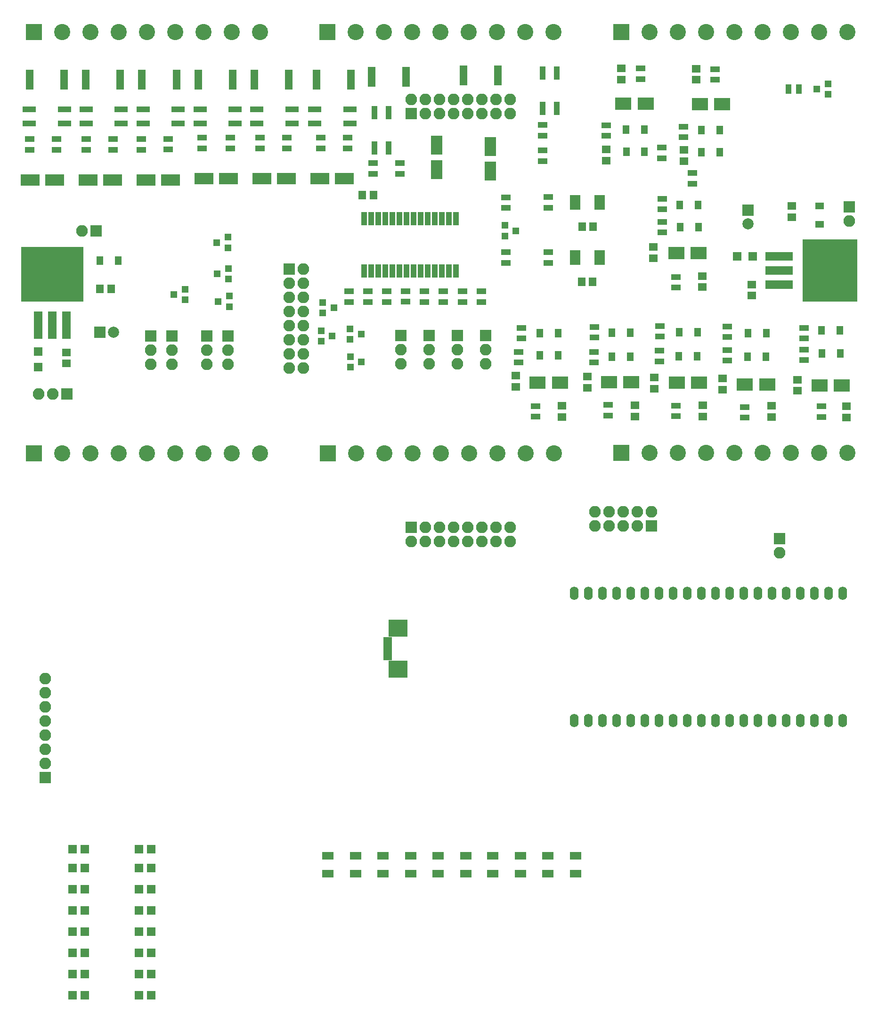
<source format=gbr>
G04 #@! TF.GenerationSoftware,KiCad,Pcbnew,(2017-09-19 revision dddaa7e69)-makepkg*
G04 #@! TF.CreationDate,2017-11-12T19:58:56+01:00*
G04 #@! TF.ProjectId,G2,47322E6B696361645F70636200000000,rev?*
G04 #@! TF.SameCoordinates,Original*
G04 #@! TF.FileFunction,Soldermask,Top*
G04 #@! TF.FilePolarity,Negative*
%FSLAX46Y46*%
G04 Gerber Fmt 4.6, Leading zero omitted, Abs format (unit mm)*
G04 Created by KiCad (PCBNEW (2017-09-19 revision dddaa7e69)-makepkg) date 11/12/17 19:58:56*
%MOMM*%
%LPD*%
G01*
G04 APERTURE LIST*
%ADD10R,2.400000X1.040000*%
%ADD11O,2.100000X2.100000*%
%ADD12R,2.100000X2.100000*%
%ADD13R,2.000000X1.400000*%
%ADD14R,1.600000X0.700000*%
%ADD15R,3.400000X3.100000*%
%ADD16C,2.900000*%
%ADD17R,2.900000X2.900000*%
%ADD18O,1.600000X2.400000*%
%ADD19R,1.822400X0.679400*%
%ADD20R,2.000000X3.400000*%
%ADD21R,3.400000X2.000000*%
%ADD22R,1.650000X1.400000*%
%ADD23R,1.400000X1.650000*%
%ADD24R,2.900000X2.200000*%
%ADD25R,1.300000X1.600000*%
%ADD26R,1.040000X2.400000*%
%ADD27R,1.000000X2.400000*%
%ADD28R,1.600000X1.600000*%
%ADD29R,1.700000X1.100000*%
%ADD30R,1.100000X1.700000*%
%ADD31R,1.400000X3.600000*%
%ADD32R,1.300000X1.200000*%
%ADD33R,2.000000X2.000000*%
%ADD34C,2.000000*%
%ADD35R,1.600000X1.300000*%
%ADD36R,1.500000X1.500000*%
%ADD37R,5.000000X1.500000*%
%ADD38R,9.800000X11.200000*%
%ADD39R,11.200000X9.800000*%
%ADD40R,1.500000X5.000000*%
G04 APERTURE END LIST*
D10*
X16546000Y-34392000D03*
X16546000Y-31852000D03*
X22846000Y-31852000D03*
X22846000Y-34392000D03*
D11*
X19370000Y-134190000D03*
X19370000Y-136730000D03*
X19370000Y-139270000D03*
X19370000Y-141810000D03*
X19370000Y-144350000D03*
X19370000Y-146890000D03*
X19370000Y-149430000D03*
D12*
X19370000Y-151970000D03*
D13*
X89973000Y-165980200D03*
X89973000Y-169180200D03*
X94973000Y-165980200D03*
X94973000Y-169180200D03*
D14*
X80980000Y-130560000D03*
X80980000Y-130060000D03*
X80980000Y-129560000D03*
X80980000Y-129060000D03*
X80980000Y-128560000D03*
X80980000Y-128060000D03*
X80980000Y-127560000D03*
X80980000Y-127060000D03*
D15*
X82780000Y-132490000D03*
X82780000Y-125130000D03*
D16*
X110820000Y-93650000D03*
X105740000Y-93650000D03*
X100660000Y-93650000D03*
X95580000Y-93650000D03*
X90500000Y-93650000D03*
X85420000Y-93650000D03*
X80340000Y-93650000D03*
X75260000Y-93650000D03*
D17*
X70180000Y-93650000D03*
D16*
X110800000Y-18040000D03*
X105720000Y-18040000D03*
X100640000Y-18040000D03*
X95560000Y-18040000D03*
X90480000Y-18040000D03*
X85400000Y-18040000D03*
X80320000Y-18040000D03*
X75240000Y-18040000D03*
D17*
X70160000Y-18040000D03*
D16*
X58000000Y-18040000D03*
X52920000Y-18040000D03*
X47840000Y-18040000D03*
X42760000Y-18040000D03*
X37680000Y-18040000D03*
X32600000Y-18040000D03*
X27520000Y-18040000D03*
X22440000Y-18040000D03*
D17*
X17360000Y-18040000D03*
D16*
X163610000Y-18040000D03*
X158530000Y-18040000D03*
X153450000Y-18040000D03*
X148370000Y-18040000D03*
X143290000Y-18040000D03*
X138210000Y-18040000D03*
X133130000Y-18040000D03*
X128050000Y-18040000D03*
D17*
X122970000Y-18040000D03*
D16*
X163620000Y-93630000D03*
X158540000Y-93630000D03*
X153460000Y-93630000D03*
X148380000Y-93630000D03*
X143300000Y-93630000D03*
X138220000Y-93630000D03*
X133140000Y-93630000D03*
X128060000Y-93630000D03*
D17*
X122980000Y-93630000D03*
D16*
X58020000Y-93650000D03*
X52940000Y-93650000D03*
X47860000Y-93650000D03*
X42780000Y-93650000D03*
X37700000Y-93650000D03*
X32620000Y-93650000D03*
X27540000Y-93650000D03*
X22460000Y-93650000D03*
D17*
X17380000Y-93650000D03*
D18*
X114515560Y-141720000D03*
X114470000Y-118860000D03*
X117010000Y-141720000D03*
X117010000Y-118860000D03*
X119550000Y-141720000D03*
X119550000Y-118860000D03*
X122090000Y-141720000D03*
X122090000Y-118860000D03*
X124630000Y-141720000D03*
X124630000Y-118860000D03*
X127170000Y-141720000D03*
X127170000Y-118860000D03*
X129710000Y-141720000D03*
X129710000Y-118860000D03*
X132250000Y-141720000D03*
X132250000Y-118860000D03*
X134790000Y-141720000D03*
X134790000Y-118860000D03*
X137330000Y-141720000D03*
X137330000Y-118860000D03*
X139870000Y-141720000D03*
X139870000Y-118860000D03*
X142410000Y-141720000D03*
X142410000Y-118860000D03*
X144950000Y-141720000D03*
X144950000Y-118860000D03*
X147490000Y-141720000D03*
X147490000Y-118860000D03*
X150030000Y-141720000D03*
X150030000Y-118860000D03*
X152570000Y-141720000D03*
X152570000Y-118860000D03*
X155110000Y-141720000D03*
X155110000Y-118860000D03*
X157650000Y-141720000D03*
X157650000Y-118860000D03*
X160190000Y-141720000D03*
X160190000Y-118860000D03*
X162730000Y-141720000D03*
X162730000Y-118860000D03*
D10*
X43293000Y-34392000D03*
X43293000Y-31852000D03*
X36993000Y-31852000D03*
X36993000Y-34392000D03*
D11*
X98578000Y-77594000D03*
X98578000Y-75054000D03*
D12*
X98578000Y-72514000D03*
D19*
X119062609Y-47625400D03*
X119062609Y-48108000D03*
X119062609Y-48616000D03*
X119062609Y-49124000D03*
X119062609Y-49606600D03*
X114693809Y-49606600D03*
X114693809Y-49124000D03*
X114693809Y-48616000D03*
X114693809Y-48108000D03*
X114693809Y-47625400D03*
X114693809Y-57531400D03*
X114693809Y-58014000D03*
X114693809Y-58522000D03*
X114693809Y-59030000D03*
X114693809Y-59512600D03*
X119062609Y-59512600D03*
X119062609Y-59030000D03*
X119062609Y-58522000D03*
X119062609Y-58014000D03*
X119062609Y-57531400D03*
D20*
X99452000Y-42942000D03*
X99452000Y-38542000D03*
D21*
X37562000Y-44552000D03*
X41962000Y-44552000D03*
X31548000Y-44552000D03*
X27148000Y-44552000D03*
X16734000Y-44552000D03*
X21134000Y-44552000D03*
X73204000Y-44298000D03*
X68804000Y-44298000D03*
D20*
X89800000Y-38288000D03*
X89800000Y-42688000D03*
D21*
X62790000Y-44298000D03*
X58390000Y-44298000D03*
X47976000Y-44298000D03*
X52376000Y-44298000D03*
D22*
X154650000Y-80460000D03*
X154650000Y-82460000D03*
D23*
X76404800Y-47320600D03*
X78404800Y-47320600D03*
D22*
X128740000Y-58620000D03*
X128740000Y-56620000D03*
X103960000Y-79760000D03*
X103960000Y-81760000D03*
X128850000Y-82090000D03*
X128850000Y-80090000D03*
X120240000Y-41100000D03*
X120240000Y-39100000D03*
X134180000Y-39180000D03*
X134180000Y-41180000D03*
D23*
X115820000Y-62840000D03*
X117820000Y-62840000D03*
X117890000Y-52934000D03*
X115890000Y-52934000D03*
D22*
X112320000Y-85140000D03*
X112320000Y-87140000D03*
X116860000Y-79930000D03*
X116860000Y-81930000D03*
X137600000Y-85060000D03*
X137600000Y-87060000D03*
X141150000Y-82250000D03*
X141150000Y-80250000D03*
X137540000Y-61830000D03*
X137540000Y-63830000D03*
X125390000Y-87090000D03*
X125390000Y-85090000D03*
X149930000Y-85180000D03*
X149930000Y-87180000D03*
X163440000Y-87220000D03*
X163440000Y-85220000D03*
X122990000Y-26540000D03*
X122990000Y-24540000D03*
X136390000Y-24570000D03*
X136390000Y-26570000D03*
D24*
X132920000Y-81000000D03*
X136920000Y-81000000D03*
X149160000Y-81330000D03*
X145160000Y-81330000D03*
X107920000Y-80960000D03*
X111920000Y-80960000D03*
X136840000Y-57730000D03*
X132840000Y-57730000D03*
X137080000Y-30930000D03*
X141080000Y-30930000D03*
X127320000Y-30900000D03*
X123320000Y-30900000D03*
X158590000Y-81540000D03*
X162590000Y-81540000D03*
X124740000Y-80900000D03*
X120740000Y-80900000D03*
D25*
X123810000Y-35530000D03*
X127110000Y-35530000D03*
X127140000Y-39520000D03*
X123840000Y-39520000D03*
X133540000Y-53060000D03*
X136840000Y-53060000D03*
X136770000Y-49050000D03*
X133470000Y-49050000D03*
X108290000Y-72110000D03*
X111590000Y-72110000D03*
X124530000Y-76370000D03*
X121230000Y-76370000D03*
X121230000Y-72050000D03*
X124530000Y-72050000D03*
X136610000Y-76290000D03*
X133310000Y-76290000D03*
X133350000Y-71930000D03*
X136650000Y-71930000D03*
X148920000Y-76310000D03*
X145620000Y-76310000D03*
X158970000Y-71590000D03*
X162270000Y-71590000D03*
X140620000Y-35580000D03*
X137320000Y-35580000D03*
X137320000Y-39590000D03*
X140620000Y-39590000D03*
X111620000Y-76070000D03*
X108320000Y-76070000D03*
X159060000Y-75720000D03*
X162360000Y-75720000D03*
X149030000Y-72090000D03*
X145730000Y-72090000D03*
D10*
X63740000Y-34392000D03*
X63740000Y-31852000D03*
X57440000Y-31852000D03*
X57440000Y-34392000D03*
D26*
X81164000Y-38812000D03*
X78624000Y-38812000D03*
X78624000Y-32512000D03*
X81164000Y-32512000D03*
X111390000Y-25400000D03*
X108850000Y-25400000D03*
X108850000Y-31700000D03*
X111390000Y-31700000D03*
D10*
X67854000Y-34392000D03*
X67854000Y-31852000D03*
X74154000Y-31852000D03*
X74154000Y-34392000D03*
X26769500Y-34392000D03*
X26769500Y-31852000D03*
X33069500Y-31852000D03*
X33069500Y-34392000D03*
X53516500Y-34392000D03*
X53516500Y-31852000D03*
X47216500Y-31852000D03*
X47216500Y-34392000D03*
D27*
X76685000Y-60910000D03*
X77955000Y-60910000D03*
X79225000Y-60910000D03*
X80495000Y-60910000D03*
X81765000Y-60910000D03*
X83035000Y-60910000D03*
X84305000Y-60910000D03*
X85575000Y-60910000D03*
X86845000Y-60910000D03*
X88115000Y-60910000D03*
X89385000Y-60910000D03*
X90655000Y-60910000D03*
X91925000Y-60910000D03*
X93195000Y-60910000D03*
X93195000Y-51510000D03*
X91925000Y-51510000D03*
X90655000Y-51510000D03*
X89385000Y-51510000D03*
X88115000Y-51510000D03*
X86845000Y-51510000D03*
X85575000Y-51510000D03*
X84305000Y-51510000D03*
X83035000Y-51510000D03*
X81765000Y-51510000D03*
X80495000Y-51510000D03*
X79225000Y-51510000D03*
X77955000Y-51510000D03*
X76685000Y-51510000D03*
D28*
X26511000Y-191040000D03*
X24311000Y-191040000D03*
X36249000Y-191040000D03*
X38449000Y-191040000D03*
X38449000Y-183420000D03*
X36249000Y-183420000D03*
X36249000Y-179610000D03*
X38449000Y-179610000D03*
X38449000Y-175800000D03*
X36249000Y-175800000D03*
X36249000Y-171990000D03*
X38449000Y-171990000D03*
X38449000Y-168180000D03*
X36249000Y-168180000D03*
X36249000Y-164770200D03*
X38449000Y-164770200D03*
X26511000Y-179610000D03*
X24311000Y-179610000D03*
X24311000Y-175800000D03*
X26511000Y-175800000D03*
X26511000Y-171990000D03*
X24311000Y-171990000D03*
X24311000Y-168180000D03*
X26511000Y-168180000D03*
X26511000Y-164770200D03*
X24311000Y-164770200D03*
X36249000Y-187230000D03*
X38449000Y-187230000D03*
X26511000Y-183420000D03*
X24311000Y-183420000D03*
X24311000Y-187230000D03*
X26511000Y-187230000D03*
D13*
X85074000Y-169180200D03*
X85074000Y-165980200D03*
X80074000Y-169180200D03*
X80074000Y-165980200D03*
X70175000Y-165980200D03*
X70175000Y-169180200D03*
X75175000Y-165980200D03*
X75175000Y-169180200D03*
X109771000Y-165980200D03*
X109771000Y-169180200D03*
X114771000Y-165980200D03*
X114771000Y-169180200D03*
X104872000Y-169180200D03*
X104872000Y-165980200D03*
X99872000Y-169180200D03*
X99872000Y-165980200D03*
D11*
X163968000Y-51918000D03*
D12*
X163968000Y-49378000D03*
X28586000Y-53696000D03*
D11*
X26046000Y-53696000D03*
X151400000Y-111530000D03*
D12*
X151400000Y-108990000D03*
X48481800Y-72626000D03*
D11*
X48481800Y-75166000D03*
X48481800Y-77706000D03*
X52233400Y-77706000D03*
X52233400Y-75166000D03*
D12*
X52233400Y-72626000D03*
X42175000Y-72626000D03*
D11*
X42175000Y-75166000D03*
X42175000Y-77706000D03*
D12*
X83338000Y-72514000D03*
D11*
X83338000Y-75054000D03*
X83338000Y-77594000D03*
X88418000Y-77594000D03*
X88418000Y-75054000D03*
D12*
X88418000Y-72514000D03*
X93498000Y-72514000D03*
D11*
X93498000Y-75054000D03*
X93498000Y-77594000D03*
D12*
X38398000Y-72626000D03*
D11*
X38398000Y-75166000D03*
X38398000Y-77706000D03*
X118216542Y-104205420D03*
X118216542Y-106745420D03*
X120756542Y-104205420D03*
X120756542Y-106745420D03*
X123296542Y-104205420D03*
X123296542Y-106745420D03*
X125836542Y-104205420D03*
X125836542Y-106745420D03*
X128376542Y-104205420D03*
D12*
X128376542Y-106745420D03*
X63240000Y-60560000D03*
D11*
X65780000Y-60560000D03*
X63240000Y-63100000D03*
X65780000Y-63100000D03*
X63240000Y-65640000D03*
X65780000Y-65640000D03*
X63240000Y-68180000D03*
X65780000Y-68180000D03*
X63240000Y-70720000D03*
X65780000Y-70720000D03*
X63240000Y-73260000D03*
X65780000Y-73260000D03*
X63240000Y-75800000D03*
X65780000Y-75800000D03*
X63240000Y-78340000D03*
X65780000Y-78340000D03*
D12*
X85228000Y-106972000D03*
D11*
X85228000Y-109512000D03*
X87768000Y-106972000D03*
X87768000Y-109512000D03*
X90308000Y-106972000D03*
X90308000Y-109512000D03*
X92848000Y-106972000D03*
X92848000Y-109512000D03*
X95388000Y-106972000D03*
X95388000Y-109512000D03*
X97928000Y-106972000D03*
X97928000Y-109512000D03*
X100468000Y-106972000D03*
X100468000Y-109512000D03*
X103008000Y-106972000D03*
X103008000Y-109512000D03*
X103008000Y-30074000D03*
X103008000Y-32614000D03*
X100468000Y-30074000D03*
X100468000Y-32614000D03*
X97928000Y-30074000D03*
X97928000Y-32614000D03*
X95388000Y-30074000D03*
X95388000Y-32614000D03*
X92848000Y-30074000D03*
X92848000Y-32614000D03*
X90308000Y-30074000D03*
X90308000Y-32614000D03*
X87768000Y-30074000D03*
X87768000Y-32614000D03*
X85228000Y-30074000D03*
D12*
X85228000Y-32614000D03*
D29*
X130340000Y-47940000D03*
X130340000Y-49840000D03*
X105030000Y-73070000D03*
X105030000Y-71170000D03*
X118110000Y-70960000D03*
X118110000Y-72860000D03*
X129860000Y-72720000D03*
X129860000Y-70820000D03*
X142040000Y-70880000D03*
X142040000Y-72780000D03*
X129820000Y-77140000D03*
X129820000Y-75240000D03*
X132810000Y-63900000D03*
X132810000Y-62000000D03*
X107510000Y-87090000D03*
X107510000Y-85190000D03*
X155810000Y-75060000D03*
X155810000Y-76960000D03*
X132770000Y-87030000D03*
X132770000Y-85130000D03*
X145130000Y-85360000D03*
X145130000Y-87260000D03*
X158960000Y-87140000D03*
X158960000Y-85240000D03*
X104480000Y-75490000D03*
X104480000Y-77390000D03*
X142040000Y-75150000D03*
X142040000Y-77050000D03*
X109866000Y-57572000D03*
X109866000Y-59472000D03*
X155770000Y-71140000D03*
X155770000Y-73040000D03*
X120620000Y-86900000D03*
X120620000Y-85000000D03*
X108850000Y-34712000D03*
X108850000Y-36612000D03*
X130340000Y-53990000D03*
X130340000Y-52090000D03*
X26808000Y-39152000D03*
X26808000Y-37252000D03*
X109866000Y-47666000D03*
X109866000Y-49566000D03*
X130250000Y-38770000D03*
X130250000Y-40670000D03*
X134140000Y-34990000D03*
X134140000Y-36890000D03*
X120220000Y-36640000D03*
X120220000Y-34740000D03*
X139830000Y-26580000D03*
X139830000Y-24680000D03*
X126430000Y-24550000D03*
X126430000Y-26450000D03*
X74001200Y-64582400D03*
X74001200Y-66482400D03*
X78370000Y-41570000D03*
X78370000Y-43470000D03*
X31634000Y-37252000D03*
X31634000Y-39152000D03*
X41540000Y-39086000D03*
X41540000Y-37186000D03*
X52716000Y-36998000D03*
X52716000Y-38898000D03*
X62876000Y-38898000D03*
X62876000Y-36998000D03*
X73798000Y-36998000D03*
X73798000Y-38898000D03*
X83196000Y-43470000D03*
X83196000Y-41570000D03*
X108850000Y-39284000D03*
X108850000Y-41184000D03*
X16648000Y-37252000D03*
X16648000Y-39152000D03*
X36714000Y-39152000D03*
X36714000Y-37252000D03*
X21474000Y-39152000D03*
X21474000Y-37252000D03*
X77397542Y-64582400D03*
X77397542Y-66482400D03*
X47636000Y-38898000D03*
X47636000Y-36998000D03*
X58050000Y-36998000D03*
X58050000Y-38898000D03*
X68972000Y-38898000D03*
X68972000Y-36998000D03*
X87590200Y-66482400D03*
X87590200Y-64582400D03*
X135774000Y-43348000D03*
X135774000Y-45248000D03*
D30*
X153010400Y-28270600D03*
X154910400Y-28270600D03*
D29*
X102246000Y-49610000D03*
X102246000Y-47710000D03*
X102246000Y-59472000D03*
X102246000Y-57572000D03*
X97775594Y-64582400D03*
X97775594Y-66482400D03*
X94379252Y-66482400D03*
X94379252Y-64582400D03*
X90982910Y-64582400D03*
X90982910Y-66482400D03*
X84135800Y-66457000D03*
X84135800Y-64557000D03*
X118040000Y-77360000D03*
X118040000Y-75460000D03*
X80793884Y-66482400D03*
X80793884Y-64582400D03*
D31*
X22796000Y-26518000D03*
X16596000Y-26518000D03*
X68158000Y-26518000D03*
X74358000Y-26518000D03*
X63182000Y-26518000D03*
X56982000Y-26518000D03*
X46885500Y-26518000D03*
X53085500Y-26518000D03*
X42989000Y-26518000D03*
X36789000Y-26518000D03*
X26692500Y-26518000D03*
X32892500Y-26518000D03*
X100774000Y-25756000D03*
X94574000Y-25756000D03*
X78064000Y-26010000D03*
X84264000Y-26010000D03*
D32*
X76245800Y-77267200D03*
X74245800Y-78217200D03*
X74245800Y-76317200D03*
X68988000Y-71669000D03*
X68988000Y-73569000D03*
X70988000Y-72619000D03*
X69292800Y-66589000D03*
X69292800Y-68489000D03*
X71292800Y-67539000D03*
X104008000Y-53696000D03*
X102008000Y-54646000D03*
X102008000Y-52746000D03*
X160091200Y-29195200D03*
X160091200Y-27295200D03*
X158091200Y-28245200D03*
X44521200Y-66126800D03*
X44521200Y-64226800D03*
X42521200Y-65176800D03*
X50471400Y-66396000D03*
X52471400Y-65446000D03*
X52471400Y-67346000D03*
X52344400Y-62393000D03*
X52344400Y-60493000D03*
X50344400Y-61443000D03*
X76220400Y-72288800D03*
X74220400Y-73238800D03*
X74220400Y-71338800D03*
X52242800Y-56754200D03*
X52242800Y-54854200D03*
X50242800Y-55804200D03*
D11*
X18220000Y-83060000D03*
X20760000Y-83060000D03*
D12*
X23300000Y-83060000D03*
D22*
X153584000Y-49248000D03*
X153584000Y-51248000D03*
D23*
X31224000Y-64100000D03*
X29224000Y-64100000D03*
D22*
X146442000Y-63364000D03*
X146442000Y-65364000D03*
X23252000Y-77556000D03*
X23252000Y-75556000D03*
D33*
X145704000Y-50000000D03*
D34*
X145704000Y-52500000D03*
X31714000Y-71960000D03*
D33*
X29214000Y-71960000D03*
D35*
X158634000Y-49252000D03*
X158634000Y-52552000D03*
D25*
X32522000Y-59030000D03*
X29222000Y-59030000D03*
D36*
X146572000Y-58268000D03*
X143772000Y-58268000D03*
X18172000Y-78210000D03*
X18172000Y-75410000D03*
D37*
X151335000Y-58268000D03*
X151335000Y-60808000D03*
X151335000Y-63348000D03*
D38*
X160485000Y-60808000D03*
D39*
X20712000Y-61497000D03*
D40*
X23252000Y-70647000D03*
X20712000Y-70647000D03*
X18172000Y-70647000D03*
M02*

</source>
